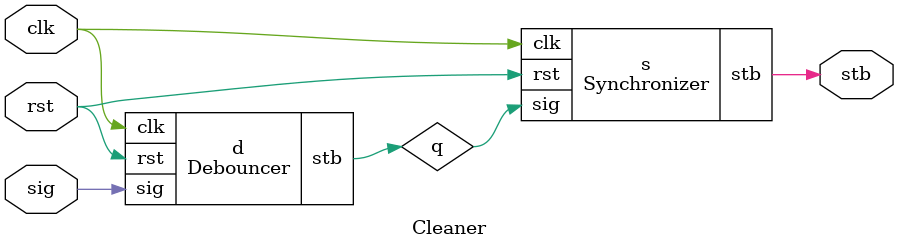
<source format=v>

`timescale 1ns / 1ns

module D_FF (clk, rst, D, Q);
    input clk, rst, D;
    output reg Q;

    always @(posedge clk or posedge rst) begin
        if (rst) begin
            //Reset logic goes here.
            Q <= 1'b0;
        end
        else begin
            //Sequential logic goes here.
            Q <= D;
        end
    end
endmodule

module Debouncer(clk, rst, sig, stb);
	input clk, rst, sig;
	output stb;

	wire q[1:0];

	D_FF f1(.clk(clk), .rst(rst), .D(sig),  .Q(q[0]));
	D_FF f2(.clk(clk), .rst(rst), .D(q[0]), .Q(stb));
	
endmodule

module Synchronizer(clk, rst, sig, stb);
	input clk, rst, sig;
	output stb;

	wire q[2:0];

	D_FF f1(.clk(clk), .rst(rst), .D(sig),  .Q(q[0]));
	D_FF f2(.clk(clk), .rst(rst), .D(q[0]), .Q(q[1]));

	assign stb = q[0] && q[1];
endmodule

module Cleaner(clk, rst, sig, stb);
	input clk, rst, sig;
	output stb;
	wire q;
	
	Debouncer		d(.clk(clk), .rst(rst), .sig(sig), .stb(q));
	Synchronizer	s(.clk(clk), .rst(rst), .sig(q),   .stb(stb));
	
endmodule
	
</source>
